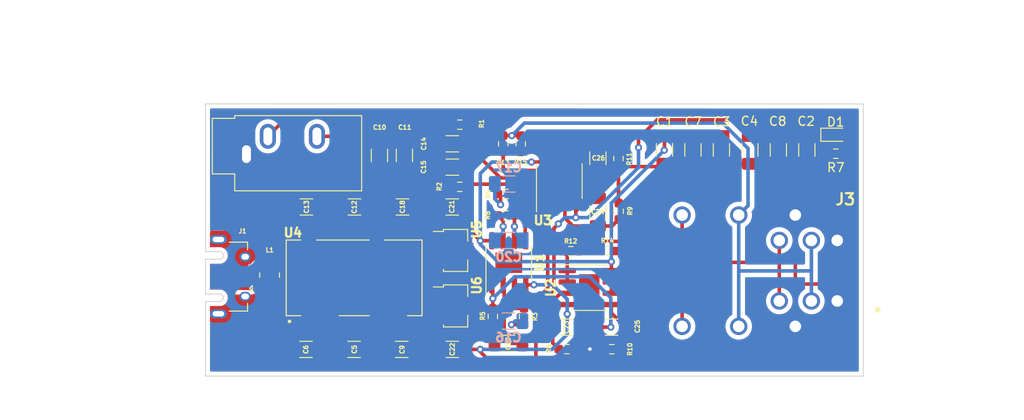
<source format=kicad_pcb>
(kicad_pcb (version 20211014) (generator pcbnew)
  (layers (0 "F.Cu" signal) (31 "B.Cu" signal) (34 "B.Paste" user) (35 "F.Paste" user) (36 "B.SilkS" user "B.Silkscreen") (37 "F.SilkS" user "F.Silkscreen") (38 "B.Mask" user) (39 "F.Mask" user) (44 "Edge.Cuts" user))
  (net 0 "")
  (net 1 "GND")
  (net 2 "VCC")
  (net 3 "VEE")
  (net 4 "Net-(C5-Pad1)")
  (net 5 "Net-(C5-Pad2)")
  (net 6 "Net-(C6-Pad2)")
  (net 7 "Net-(C13-Pad2)")
  (net 8 "Net-(C10-Pad2)")
  (net 9 "/T_IN")
  (net 10 "Net-(C12-Pad1)")
  (net 11 "Net-(C14-Pad1)")
  (net 12 "Net-(C15-Pad1)")
  (net 13 "Net-(C16-Pad2)")
  (net 14 "Net-(C17-Pad2)")
  (net 15 "Net-(C19-Pad1)")
  (net 16 "Net-(C19-Pad2)")
  (net 17 "Net-(C20-Pad1)")
  (net 18 "Net-(C20-Pad2)")
  (net 19 "Net-(C21-Pad1)")
  (net 20 "Net-(C22-Pad1)")
  (net 21 "Net-(C23-Pad1)")
  (net 22 "Net-(C24-Pad1)")
  (net 23 "Net-(C24-Pad2)")
  (net 24 "Net-(C25-Pad1)")
  (net 25 "Net-(C26-Pad1)")
  (net 26 "Net-(D1-Pad2)")
  (net 30 "/R_OUT")
  (net 31 "/T_OUT")
  (net 32 "Net-(R12-Pad1)")
  (net 33 "Net-(R13-Pad1)")
  (net 34 "Net-(R14-Pad1)")
  (net 35 "Net-(R15-Pad1)")
  (footprint "Resistor_SMD:R_0603_1608Metric_Pad0.98x0.95mm_HandSolder" (layer "F.Cu") (at 154.775 65.846771 180)
    (fp_text reference "R8")
    (fp_text value "10k")
  )
  (footprint "Resistor_SMD:R_0603_1608Metric_Pad0.98x0.95mm_HandSolder" (layer "F.Cu") (at 159.3325 54.83 180)
    (fp_text reference "R14")
    (fp_text value "1R")
  )
  (footprint "Resistor_SMD:R_0603_1608Metric_Pad0.98x0.95mm_HandSolder" (layer "F.Cu") (at 146.47 62.1825 90)
    (fp_text reference "R5")
    (fp_text value "10k")
  )
  (footprint "Capacitor_SMD:C_1206_3216Metric_Pad1.33x1.80mm_HandSolder" (layer "F.Cu") (at 158.25 50.45382 90)
    (fp_text reference "C24")
    (fp_text value "1uf")
  )
  (footprint "Capacitor_SMD:C_1206_3216Metric_Pad1.33x1.80mm_HandSolder" (layer "F.Cu") (at 168.914607 43.475 90)
    (fp_text reference "C7")
    (fp_text value "100nf")
  )
  (footprint "Capacitor_SMD:C_1206_3216Metric_Pad1.33x1.80mm_HandSolder" (layer "F.Cu") (at 158.253071 44.41 -90)
    (fp_text reference "C26")
    (fp_text value "1uf")
  )
  (footprint "Capacitor_SMD:C_1206_3216Metric_Pad1.33x1.80mm_HandSolder" (layer "F.Cu") (at 154.755 63.376996)
    (fp_text reference "C23")
    (fp_text value "1uf")
  )
  (footprint "Capacitor_SMD:C_1206_3216Metric_Pad1.33x1.80mm_HandSolder" (layer "F.Cu") (at 175.301807 43.475 -90)
    (fp_text reference "C4")
    (fp_text value "100nf")
  )
  (footprint "Resistor_SMD:R_0603_1608Metric_Pad0.98x0.95mm_HandSolder" (layer "F.Cu") (at 159.8175 65.856771)
    (fp_text reference "R10")
    (fp_text value "10k")
  )
  (footprint "Custom Library:SOIC-8-1EP_3.9x4.9mm_P1.27mm_EP2.29x3mm" (layer "F.Cu") (at 148.259999 56.147606 90)
    (fp_text reference "U1")
    (fp_text value "OPA1678")
  )
  (footprint "Resistor_SMD:R_0603_1608Metric_Pad0.98x0.95mm_HandSolder" (layer "F.Cu") (at 147.95 48.43 180)
    (fp_text reference "R4")
    (fp_text value "10k")
  )
  (footprint "Capacitor_SMD:C_1206_3216Metric_Pad1.33x1.80mm_HandSolder" (layer "F.Cu") (at 159.785 63.376996 180)
    (fp_text reference "C25")
    (fp_text value "1uf")
  )
  (footprint "Resistor_SMD:R_0603_1608Metric_Pad0.98x0.95mm_HandSolder" (layer "F.Cu") (at 160.59 50.366382 -90)
    (fp_text reference "R9")
    (fp_text value "10k")
  )
  (footprint "Capacitor_SMD:C_1206_3216Metric_Pad1.33x1.80mm_HandSolder" (layer "F.Cu") (at 133.75 44.1075 90)
    (fp_text reference "C10")
    (fp_text value "68pf")
  )
  (footprint "Resistor_SMD:R_0603_1608Metric_Pad0.98x0.95mm_HandSolder" (layer "F.Cu") (at 147.948777 50.834423 180)
    (fp_text reference "R6")
    (fp_text value "10k")
  )
  (footprint "Capacitor_SMD:C_1206_3216Metric_Pad1.33x1.80mm_HandSolder" (layer "F.Cu") (at 136.55 44.1 90)
    (fp_text reference "C11")
    (fp_text value "68pf")
  )
  (footprint "Capacitor_SMD:C_1206_3216Metric_Pad1.33x1.80mm_HandSolder" (layer "F.Cu") (at 136.246533 65.877032)
    (fp_text reference "C9")
    (fp_text value "1nf/4kv")
  )
  (footprint "Resistor_SMD:R_0603_1608Metric_Pad0.98x0.95mm_HandSolder" (layer "F.Cu") (at 142.76 47.62)
    (fp_text reference "R2")
    (fp_text value "10k")
  )
  (footprint "Capacitor_SMD:C_1206_3216Metric_Pad1.33x1.80mm_HandSolder" (layer "F.Cu") (at 178.495407 43.475 -90)
    (fp_text reference "C8")
    (fp_text value "100nf")
  )
  (footprint "Custom Library:ACJSMHD985" (layer "F.Cu") (at 185.1 60.44)
    (fp_text reference "J3")
    (fp_text value "AudioJack3" hide)
  )
  (footprint "Resistor_SMD:R_0603_1608Metric_Pad0.98x0.95mm_HandSolder" (layer "F.Cu") (at 155.2125 54.85)
    (fp_text reference "R12")
    (fp_text value "1R")
  )
  (footprint "Capacitor_SMD:C_1206_3216Metric_Pad1.33x1.80mm_HandSolder" (layer "F.Cu") (at 136.338982 49.8825)
    (fp_text reference "C18")
    (fp_text value "1uf")
  )
  (footprint "Package_TO_SOT_SMD:SOT-89-3" (layer "F.Cu") (at 141.993254 60.99552)
    (fp_text reference "U6")
    (fp_text value "L79L12_SOT89")
  )
  (footprint "Capacitor_SMD:C_1206_3216Metric_Pad1.33x1.80mm_HandSolder" (layer "F.Cu") (at 165.721007 43.46 90)
    (fp_text reference "C1")
    (fp_text value "100nf")
  )
  (footprint "Connector_USB:USB_Micro-AB_Molex_47590-0001" (layer "F.Cu") (at 115.69 57.705 -90)
    (fp_text reference "J1")
    (fp_text value "USB_B_Mini")
    (fp_line (start -1.95 -0.125) (end -1.95 1.45) (layer "Edge.Cuts") (width 0.1))
    (fp_line (start 2.8 1.45) (end 3.75 1.45) (layer "Edge.Cuts") (width 0.1))
    (fp_line (start 1.95 -0.125) (end 1.95 1.45) (layer "Edge.Cuts") (width 0.1))
    (fp_line (start 2.8 -0.125) (end 2.8 1.45) (layer "Edge.Cuts") (width 0.1))
    (fp_line (start -1.95 1.45) (end 1.95 1.45) (layer "Edge.Cuts") (width 0.1))
    (fp_line (start -2.8 -0.125) (end -2.8 1.45) (layer "Edge.Cuts") (width 0.1))
    (fp_line (start -3.75 1.45) (end -2.8 1.45) (layer "Edge.Cuts") (width 0.1))
    (fp_arc (start -2.8 -0.125) (mid -2.375 -0.55) (end -1.95 -0.125) (layer "Edge.Cuts") (width 0.1))
    (fp_arc (start 1.95 -0.125) (mid 2.375 -0.55) (end 2.8 -0.125) (layer "Edge.Cuts") (width 0.1))
  )
  (footprint "Capacitor_SMD:C_1206_3216Metric_Pad1.33x1.80mm_HandSolder" (layer "F.Cu") (at 141.923254 65.877032)
    (fp_text reference "C22")
    (fp_text value "2u2")
  )
  (footprint "Custom Library:CONV_PESE1-S5-D12-M" (layer "F.Cu") (at 130.911482 57.843067 90)
    (fp_text reference "U4")
    (fp_text value "PESE1-S5-D12-M")
  )
  (footprint "Custom Library:SOIC-8-1EP_3.9x4.9mm_P1.27mm_EP2.29x3mm" (layer "F.Cu") (at 157.2875 58.9375)
    (fp_text reference "U2")
    (fp_text value "OPA1678")
  )
  (footprint "Connector_Audio:Jack_3.5mm_CUI_SJ1-3533NG_Horizontal" (layer "F.Cu") (at 118.835791 43.95 90)
    (fp_text reference "J2" hide)
    (fp_text value "AudioJack3")
  )
  (footprint "Capacitor_SMD:C_1206_3216Metric_Pad1.33x1.80mm_HandSolder" (layer "F.Cu") (at 141.93 42.79 180)
    (fp_text reference "C14")
    (fp_text value "1uf")
  )
  (footprint "Resistor_SMD:R_0603_1608Metric_Pad0.98x0.95mm_HandSolder" (layer "F.Cu") (at 142.76 40.64)
    (fp_text reference "R1")
    (fp_text value "10k")
  )
  (footprint "Resistor_SMD:R_0603_1608Metric_Pad0.98x0.95mm_HandSolder" (layer "F.Cu") (at 149.6 42.7825 90)
    (fp_text reference "R15")
    (fp_text value "1R")
  )
  (footprint "Resistor_SMD:R_0603_1608Metric_Pad0.98x0.95mm_HandSolder" (layer "F.Cu") (at 149.97 62.1825 -90)
    (fp_text reference "R3")
    (fp_text value "10k")
  )
  (footprint "Capacitor_SMD:C_1206_3216Metric_Pad1.33x1.80mm_HandSolder" (layer "F.Cu") (at 172.108207 43.475 90)
    (fp_text reference "C3")
    (fp_text value "100nf")
  )
  (footprint "Resistor_SMD:R_0603_1608Metric_Pad0.98x0.95mm_HandSolder" (layer "F.Cu") (at 184.937193 43.899545)
    (fp_text reference "R7")
    (fp_text value "10k")
  )
  (footprint "Capacitor_SMD:C_1206_3216Metric_Pad1.33x1.80mm_HandSolder" (layer "F.Cu") (at 181.689007 43.475 -90)
    (fp_text reference "C2")
    (fp_text value "100nf")
  )
  (footprint "Diode_SMD:D_0603_1608Metric_Pad1.05x0.95mm_HandSolder" (layer "F.Cu") (at 184.919693 41.77)
    (fp_text reference "D1")
    (fp_text value "LED")
  )
  (footprint "Capacitor_SMD:C_1206_3216Metric_Pad1.33x1.80mm_HandSolder" (layer "F.Cu") (at 130.948982 49.8825 180)
    (fp_text reference "C12")
    (fp_text value "1uf")
  )
  (footprint "Inductor_SMD:L_1008_2520Metric_Pad1.43x2.20mm_HandSolder" (layer "F.Cu") (at 121.4325 57.543535 -90)
    (fp_text reference "L1")
    (fp_text value "6.8uh")
  )
  (footprint "Capacitor_SMD:C_1206_3216Metric_Pad1.33x1.80mm_HandSolder" (layer "F.Cu") (at 141.93 45.41 180)
    (fp_text reference "C15")
    (fp_text value "1uf")
  )
  (footprint "Custom Library:SOIC-8-1EP_3.9x4.9mm_P1.27mm_EP2.29x3mm" (layer "F.Cu") (at 153.9225 46.9675 90)
    (fp_text reference "U3")
    (fp_text value "OPA1678")
  )
  (footprint "Resistor_SMD:R_0603_1608Metric_Pad0.98x0.95mm_HandSolder" (layer "F.Cu") (at 147.635861 42.7825 90)
    (fp_text reference "R13")
    (fp_text value "1R")
  )
  (footprint "Resistor_SMD:R_0603_1608Metric_Pad0.98x0.95mm_HandSolder" (layer "F.Cu") (at 160.56 44.438845 90)
    (fp_text reference "R11")
    (fp_text value "10k")
  )
  (footprint "Capacitor_SMD:C_1206_3216Metric_Pad1.33x1.80mm_HandSolder" (layer "F.Cu") (at 148.22 65.2025)
    (fp_text reference "C19")
    (fp_text value "68pf")
  )
  (footprint "Capacitor_SMD:C_1206_3216Metric_Pad1.33x1.80mm_HandSolder" (layer "F.Cu") (at 130.909033 65.877032)
    (fp_text reference "C5")
    (fp_text value "4u7")
  )
  (footprint "Capacitor_SMD:C_1206_3216Metric_Pad1.33x1.80mm_HandSolder" (layer "F.Cu") (at 125.558982 49.8825 180)
    (fp_text reference "C13")
    (fp_text value "1uf")
  )
  (footprint "Capacitor_SMD:C_1206_3216Metric_Pad1.33x1.80mm_HandSolder" (layer "F.Cu") (at 125.509033 65.877032)
    (fp_text reference "C6")
    (fp_text value "4u7")
  )
  (footprint "Package_TO_SOT_SMD:SOT-89-3" (layer "F.Cu") (at 141.990232 54.76401)
    (fp_text reference "U5")
    (fp_text value "L78L10_SOT89")
  )
  (footprint "Capacitor_SMD:C_1206_3216Metric_Pad1.33x1.80mm_HandSolder" (layer "F.Cu") (at 141.920232 49.8825)
    (fp_text reference "C21")
    (fp_text value "2u2")
  )
  (footprint "Capacitor_SMD:C_1206_3216Metric_Pad1.33x1.80mm_HandSolder" (layer "B.Cu") (at 148.22 62.6925)
    (fp_text reference "C16")
    (fp_text value "1uf")
  )
  (footprint "Capacitor_SMD:C_1206_3216Metric_Pad1.33x1.80mm_HandSolder" (layer "B.Cu") (at 148.25 47.304942 180)
    (fp_text reference "C17")
    (fp_text value "1uf")
  )
  (footprint "Capacitor_SMD:C_1206_3216Metric_Pad1.33x1.80mm_HandSolder" (layer "B.Cu") (at 148.25 53.645926)
    (fp_text reference "C20")
    (fp_text value "68pf")
  )
  (gr_line (start 188.027193 68.88) (end 188.027193 38.32) (layer "Edge.Cuts") (width 0.1))
  (gr_line (start 188.027193 38.32) (end 114.236 38.3) (layer "Edge.Cuts") (width 0.1))
  (gr_line (start 114.236 68.88) (end 114.24 61.455) (layer "Edge.Cuts") (width 0.1))
  (gr_line (start 114.236 68.88) (end 188.027193 68.88) (layer "Edge.Cuts") (width 0.1))
  (gr_line (start 114.24 53.955) (end 114.236 38.3) (layer "Edge.Cuts") (width 0.1))
  (segment (start 141.8475 53.8675) (end 141.87 53.89) (width 0.4) (layer "F.Cu") (net 1))
  (segment locked (start 157.345 65.846771) (end 157.355 65.836771) (width 0.4) (layer "F.Cu") (net 1))
  (segment (start 141.8475 40.64) (end 141.8475 53.8675) (width 0.4) (layer "F.Cu") (net 1))
  (segment locked (start 165.736007 45.0375) (end 165.721007 45.0225) (width 0.4) (layer "F.Cu") (net 1))
  (segment (start 180.4 63.29) (end 180.4 58.54) (width 0.4) (layer "F.Cu") (net 1))
  (segment (start 181.689007 45.0375) (end 181.446505 45.280002) (width 0.4) (layer "F.Cu") (net 1))
  (segment (start 181.446505 45.280002) (end 181.446505 49.743495) (width 0.4) (layer "F.Cu") (net 1))
  (segment (start 129.386482 49.8825) (end 127.121482 49.8825) (width 0.4) (layer "F.Cu") (net 1))
  (segment (start 185.1 58.56) (end 185.1 60.44) (width 0.4) (layer "F.Cu") (net 1))
  (segment locked (start 158.885 65.836771) (end 158.905 65.856771) (width 0.4) (layer "F.Cu") (net 1))
  (segment (start 142.42 57.418774) (end 140.343254 59.49552) (width 0.4) (layer "F.Cu") (net 1))
  (segment (start 185.1 53.64) (end 185.1 58.56) (width 0.4) (layer "F.Cu") (net 1))
  (segment (start 185.08 58.54) (end 185.1 58.56) (width 0.4) (layer "F.Cu") (net 1))
  (segment (start 133.451482 62.893067) (end 136.84903 59.49552) (width 0.4) (layer "F.Cu") (net 1))
  (segment locked (start 157.355 65.836771) (end 158.885 65.836771) (width 0.4) (layer "F.Cu") (net 1))
  (segment (start 133.75 45.67) (end 136.5425 45.67) (width 0.4) (layer "F.Cu") (net 1))
  (segment locked (start 178.495407 45.0375) (end 180.059693 45.0375) (width 0.4) (layer "F.Cu") (net 1))
  (segment (start 160.56 45.351345) (end 165.422162 45.351345) (width 0.4) (layer "F.Cu") (net 1))
  (segment locked (start 155.6875 65.846771) (end 157.345 65.846771) (width 0.4) (layer "F.Cu") (net 1))
  (segment (start 160.56 47.34) (end 160.56 49.423882) (width 0.4) (layer "F.Cu") (net 1))
  (segment locked (start 172.108207 45.0375) (end 168.914607 45.0375) (width 0.4) (layer "F.Cu") (net 1))
  (segment (start 138.5075 47.62) (end 136.55 45.6625) (width 0.4) (layer "F.Cu") (net 1))
  (segment (start 180.4 58.54) (end 180.4 50.79) (width 0.4) (layer "F.Cu") (net 1))
  (segment (start 120.76 45.67) (end 119.04 43.95) (width 0.4) (layer "F.Cu") (net 1))
  (segment locked (start 168.914607 45.0375) (end 165.736007 45.0375) (width 0.4) (layer "F.Cu") (net 1))
  (segment (start 133.75 45.67) (end 129.36 45.67) (width 0.4) (layer "F.Cu") (net 1))
  (segment (start 141.8475 47.62) (end 138.5075 47.62) (width 0.4) (layer "F.Cu") (net 1))
  (segment locked (start 180.017193 45.08) (end 180.059693 45.0375) (width 0.4) (layer "F.Cu") (net 1))
  (segment (start 180.4 58.54) (end 185.08 58.54) (width 0.4) (layer "F.Cu") (net 1))
  (segment (start 141.87 53.89) (end 140.99599 54.76401) (width 0.4) (layer "F.Cu") (net 1))
  (segment (start 140.343254 59.49552) (end 136.84903 59.49552) (width 0.4) (layer "F.Cu") (net 1))
  (segment (start 181.446505 49.743495) (end 180.4 50.79) (width 0.4) (layer "F.Cu") (net 1))
  (segment locked (start 175.301807 45.0375) (end 178.495407 45.0375) (width 0.4) (layer "F.Cu") (net 1))
  (segment (start 129.36 45.67) (end 120.76 45.67) (width 0.4) (layer "F.Cu") (net 1))
  (segment (start 142.42 54.79) (end 142.42 57.418774) (width 0.4) (layer "F.Cu") (net 1))
  (segment locked (start 180.059693 45.0375) (end 181.689007 45.0375) (width 0.4) (layer "F.Cu") (net 1))
  (segment (start 182.886738 45.0375) (end 184.024693 43.899545) (width 0.4) (layer "F.Cu") (net 1))
  (segment (start 181.689007 45.0375) (end 182.886738 45.0375) (width 0.4) (layer "F.Cu") (net 1))
  (segment locked (start 175.301807 45.0375) (end 172.108207 45.0375) (width 0.4) (layer "F.Cu") (net 1))
  (segment (start 165.422162 45.351345) (end 165.736007 45.0375) (width 0.4) (layer "F.Cu") (net 1))
  (segment (start 160.56 45.351345) (end 160.56 47.34) (width 0.4) (layer "F.Cu") (net 1))
  (segment (start 129.36 49.856018) (end 129.36 45.67) (width 0.4) (layer "F.Cu") (net 1))
  (via locked (at 157.355 65.836771) (size 0.8) (drill 0.4) (layers "F.Cu" "B.Cu") (net 1))
  (segment (start 143.482732 52.092732) (end 145.062606 53.672606) (width 0.4) (layer "F.Cu") (net 2))
  (segment locked (start 165.721007 41.8975) (end 165.721007 43.486186) (width 0.4) (layer "F.Cu") (net 2))
  (segment locked (start 165.721007 41.8975) (end 168.899607 41.8975) (width 0.4) (layer "F.Cu") (net 2))
  (segment (start 151.67 44.84) (end 150.8 44.84) (width 0.4) (layer "F.Cu") (net 2))
  (segment locked (start 168.899607 41.8975) (end 168.914607 41.9125) (width 0.4) (layer "F.Cu") (net 2))
  (segment (start 145.062606 53.672606) (end 146.354999 53.672606) (width 0.4) (layer "F.Cu") (net 2))
  (segment locked (start 165.721007 43.486186) (end 165.697193 43.51) (width 0.4) (layer "F.Cu") (net 2))
  (segment (start 143.482732 49.8825) (end 143.482732 52.092732) (width 0.4) (layer "F.Cu") (net 2))
  (segment (start 159.7625 57.0325) (end 159.7625 56.0225) (width 0.4) (layer "F.Cu") (net 2))
  (segment locked (start 172.108207 41.9125) (end 168.914607 41.9125) (width 0.4) (layer "F.Cu") (net 2))
  (segment (start 152.0175 44.4925) (end 151.67 44.84) (width 0.4) (layer "F.Cu") (net 2))
  (via (at 150.8 44.84) (size 0.8) (drill 0.4) (layers "F.Cu" "B.Cu") (net 2))
  (via locked (at 165.697193 43.51) (size 0.8) (drill 0.4) (layers "F.Cu" "B.Cu") (net 2))
  (via (at 159.7625 56.0225) (size 0.8) (drill 0.4) (layers "F.Cu" "B.Cu") (net 2))
  (via (at 145.062606 53.672606) (size 0.8) (drill 0.4) (layers "F.Cu" "B.Cu") (net 2))
  (segment (start 159.8 56.06) (end 159.7625 56.0225) (width 0.4) (layer "B.Cu") (net 2))
  (segment (start 159.7625 49.444693) (end 159.7625 56.0225) (width 0.4) (layer "B.Cu") (net 2))
  (segment (start 147.012304 56.0225) (end 145.062606 54.072802) (width 0.4) (layer "B.Cu") (net 2))
  (segment (start 146.36 44.84) (end 145.062606 46.137394) (width 0.4) (layer "B.Cu") (net 2))
  (segment (start 145.062606 54.072802) (end 145.062606 53.672606) (width 0.4) (layer "B.Cu") (net 2))
  (segment (start 159.7625 56.0225) (end 147.012304 56.0225) (width 0.4) (layer "B.Cu") (net 2))
  (segment (start 165.697193 43.51) (end 159.7625 49.444693) (width 0.4) (layer "B.Cu") (net 2))
  (segment (start 150.8 44.84) (end 146.36 44.84) (width 0.4) (layer "B.Cu") (net 2))
  (segment (start 145.062606 46.137394) (end 145.062606 53.672606) (width 0.4) (layer "B.Cu") (net 2))
  (segment (start 150.96 67.07) (end 151.3 66.73) (width 0.4) (layer "F.Cu") (net 3))
  (segment (start 162.81 42.19) (end 164.9 40.1) (width 0.4) (layer "F.Cu") (net 3))
  (segment (start 153.82 51.78) (end 153.325 52.275) (width 0.4) (layer "F.Cu") (net 3))
  (segment (start 150.164999 58.622606) (end 151.077394 58.622606) (width 0.4) (layer "F.Cu") (net 3))
  (segment (start 175.301807 40.811807) (end 175.301807 41.9125) (width 0.4) (layer "F.Cu") (net 3))
  (segment (start 174.59 40.1) (end 175.301807 40.811807) (width 0.4) (layer "F.Cu") (net 3))
  (segment (start 151.3 66.73) (end 151.3 61.34) (width 0.4) (layer "F.Cu") (net 3))
  (segment (start 143.485754 65.877032) (end 145.052968 65.877032) (width 0.4) (layer "F.Cu") (net 3))
  (segment (start 162.81 43.21) (end 162.81 42.19) (width 0.4) (layer "F.Cu") (net 3))
  (segment (start 155.78 51.08) (end 155.78 49.49) (width 0.4) (layer "F.Cu") (net 3))
  (segment (start 151.3 61.34) (end 153.325 59.315) (width 0.4) (layer "F.Cu") (net 3))
  (segment (start 154.8125 61.9075) (end 154.8125 60.8425) (width 0.4) (layer "F.Cu") (net 3))
  (segment (start 181.689007 41.9125) (end 183.902193 41.9125) (width 0.4) (layer "F.Cu") (net 3))
  (segment (start 164.9 40.1) (end 174.59 40.1) (width 0.4) (layer "F.Cu") (net 3))
  (segment (start 153.325 59.315) (end 153.325 52.275) (width 0.4) (layer "F.Cu") (net 3))
  (segment (start 145.052968 65.877032) (end 145.052968 66.132968) (width 0.4) (layer "F.Cu") (net 3))
  (segment locked (start 175.301807 41.9125) (end 178.495407 41.9125) (width 0.4) (layer "F.Cu") (net 3))
  (segment (start 145.052968 66.132968) (end 145.99 67.07) (width 0.4) (layer "F.Cu") (net 3))
  (segment locked (start 178.495407 41.9125) (end 181.689007 41.9125) (width 0.4) (layer "F.Cu") (net 3))
  (segment (start 145.99 67.07) (end 150.96 67.07) (width 0.4) (layer "F.Cu") (net 3))
  (via (at 162.81 43.21) (size 0.8) (drill 0.4) (layers "F.Cu" "B.Cu") (net 3))
  (via (at 155.78 51.08) (size 0.8) (drill 0.4) (layers "F.Cu" "B.Cu") (net 3))
  (via (at 145.052968 65.877032) (size 0.8) (drill 0.4) (layers "F.Cu" "B.Cu") (net 3))
  (via (at 154.8125 61.9075) (size 0.8) (drill 0.4) (layers "F.Cu" "B.Cu") (net 3))
  (via (at 151.077394 58.622606) (size 0.8) (drill 0.4) (layers "F.Cu" "B.Cu") (net 3))
  (via (at 153.82 51.78) (size 0.8) (drill 0.4) (layers "F.Cu" "B.Cu") (net 3))
  (segment (start 153.82 51.78) (end 154.52 51.08) (width 0.4) (layer "B.Cu") (net 3))
  (segment (start 154.8125 60.2425) (end 154.8125 61.9075) (width 0.4) (layer "B.Cu") (net 3))
  (segment (start 154.52 51.08) (end 155.78 51.08) (width 0.4) (layer "B.Cu") (net 3))
  (segment (start 157.17 51.08) (end 155.78 51.08) (width 0.4) (layer "B.Cu") (net 3))
  (segment (start 162.81 45.44) (end 162.81 43.21) (width 0.4) (layer "B.Cu") (net 3))
  (segment (start 154.82 61.915) (end 154.8125 61.9075) (width 0.4) (layer "B.Cu") (net 3))
  (segment (start 153.192606 58.622606) (end 154.8125 60.2425) (width 0.4) (layer "B.Cu") (net 3))
  (segment (start 151.077394 58.622606) (end 153.192606 58.622606) (width 0.4) (layer "B.Cu") (net 3))
  (segment (start 161.92 46.33) (end 162.81 45.44) (width 0.4) (layer "B.Cu") (net 3))
  (segment (start 145.052968 65.877032) (end 153.112968 65.877032) (width 0.4) (layer "B.Cu") (net 3))
  (segment (start 154.82 64.17) (end 154.82 61.915) (width 0.4) (layer "B.Cu") (net 3))
  (segment (start 161.92 46.33) (end 157.17 51.08) (width 0.4) (layer "B.Cu") (net 3))
  (segment (start 153.112968 65.877032) (end 154.82 64.17) (width 0.4) (layer "B.Cu") (net 3))
  (segment (start 128.251035 56.381035) (end 121.4325 56.381035) (width 0.4) (layer "F.Cu") (net 4))
  (segment (start 129.8 65.423565) (end 129.8 57.93) (width 0.4) (layer "F.Cu") (net 4))
  (segment (start 119.7925 56.7975) (end 120.208965 56.381035) (width 0.4) (layer "F.Cu") (net 4))
  (segment (start 119.348067 59.005) (end 119.7925 58.560567) (width 0.4) (layer "F.Cu") (net 4))
  (segment (start 120.208965 56.381035) (end 121.4325 56.381035) (width 0.4) (layer "F.Cu") (net 4))
  (segment (start 118.365 59.005) (end 119.348067 59.005) (width 0.4) (layer "F.Cu") (net 4))
  (segment (start 119.7925 58.560567) (end 119.7925 56.7975) (width 0.4) (layer "F.Cu") (net 4))
  (segment (start 129.8 57.93) (end 128.251035 56.381035) (width 0.4) (layer "F.Cu") (net 4))
  (segment (start 118.365 55.805) (end 118.69 55.48) (width 0.4) (layer "F.Cu") (net 5))
  (segment (start 118.69 56.08) (end 118.365 56.405) (width 0.4) (layer "F.Cu") (net 5))
  (segment (start 118.69 53.5425) (end 118.7025 53.53) (width 0.4) (layer "F.Cu") (net 5))
  (segment (start 118.365 56.405) (end 116.99 56.405) (width 0.4) (layer "F.Cu") (net 5))
  (segment (start 131.122013 67.226552) (end 132.471533 65.877032) (width 0.4) (layer "F.Cu") (net 5))
  (segment (start 119.457032 65.877032) (end 123.946533 65.877032) (width 0.4) (layer "F.Cu") (net 5))
  (segment (start 116.96 58.975) (end 116.96 61.88) (width 0.4) (layer "F.Cu") (net 5))
  (segment (start 118.7025 53.53) (end 115.69 53.53) (width 0.4) (layer "F.Cu") (net 5))
  (segment (start 123.946533 65.877032) (end 125.831482 63.992083) (width 0.4) (layer "F.Cu") (net 5))
  (segment (start 115.69 57.705) (end 116.96 58.975) (width 0.4) (layer "F.Cu") (net 5))
  (segment (start 116.96 61.88) (end 115.69 61.88) (width 0.4) (layer "F.Cu") (net 5))
  (segment (start 123.946533 65.877032) (end 125.296053 67.226552) (width 0.4) (layer "F.Cu") (net 5))
  (segment (start 118.69 55.48) (end 118.69 56.08) (width 0.4) (layer "F.Cu") (net 5))
  (segment (start 125.831482 63.992083) (end 125.831482 62.893067) (width 0.4) (layer "F.Cu") (net 5))
  (segment (start 116.99 56.405) (end 115.69 57.705) (width 0.4) (layer "F.Cu") (net 5))
  (segment (start 118.69 61.8775) (end 118.6925 61.88) (width 0.4) (layer "F.Cu") (net 5))
  (segment (start 118.69 59.93) (end 118.69 65.11) (width 0.4) (layer "F.Cu") (net 5))
  (segment (start 134.684033 65.877032) (end 132.471533 65.877032) (width 0.4) (layer "F.Cu") (net 5))
  (segment (start 118.69 55.48) (end 118.69 53.5425) (width 0.4) (layer "F.Cu") (net 5))
  (segment (start 125.296053 67.226552) (end 131.122013 67.226552) (width 0.4) (layer "F.Cu") (net 5))
  (segment (start 118.69 65.11) (end 119.457032 65.877032) (width 0.4) (layer "F.Cu") (net 5))
  (segment (start 118.6925 61.88) (end 116.96 61.88) (width 0.4) (layer "F.Cu") (net 5))
  (segment (start 128.371482 64.577083) (end 128.371482 62.893067) (width 0.4) (layer "F.Cu") (net 6))
  (segment (start 127.576035 58.706035) (end 121.4325 58.706035) (width 0.4) (layer "F.Cu") (net 6))
  (segment (start 127.071533 65.877032) (end 128.371482 64.577083) (width 0.4) (layer "F.Cu") (net 6))
  (segment (start 128.371482 62.893067) (end 128.371482 59.501482) (width 0.4) (layer "F.Cu") (net 6))
  (segment (start 128.371482 59.501482) (end 127.576035 58.706035) (width 0.4) (layer "F.Cu") (net 6))
  (segment (start 137.863982 50.203067) (end 137.863982 53.939085) (width 0.4) (layer "F.Cu") (net 7))
  (segment (start 137.667568 62.767568) (end 137.54207 62.893067) (width 0.4) (layer "F.Cu") (net 7))
  (segment (start 140.430754 60.99552) (end 139.439616 60.99552) (width 0.4) (layer "F.Cu") (net 7))
  (segment (start 137.667568 62.767568) (end 139.439616 60.99552) (width 0.4) (layer "F.Cu") (net 7))
  (segment (start 131.929033 64.419033) (end 131.280567 63.770567) (width 0.4) (layer "F.Cu") (net 7))
  (segment (start 137.809033 62.641206) (end 137.801482 62.633655) (width 0.4) (layer "F.Cu") (net 7))
  (segment (start 124.0025 54.400567) (end 123.958982 54.357049) (width 0.4) (layer "F.Cu") (net 7))
  (segment (start 137.809033 64.419033) (end 131.929033 64.419033) (width 0.4) (layer "F.Cu") (net 7))
  (segment (start 131.280567 63.770567) (end 131.280567 54.400567) (width 0.4) (layer "F.Cu") (net 7))
  (segment (start 131.280567 54.400567) (end 124.0025 54.400567) (width 0.4) (layer "F.Cu") (net 7))
  (segment (start 137.863982 53.939085) (end 137.4025 54.400567) (width 0.4) (layer "F.Cu") (net 7))
  (segment (start 137.809033 64.419033) (end 137.809033 62.641206) (width 0.4) (layer "F.Cu") (net 7))
  (segment (start 137.4025 54.400567) (end 131.280567 54.400567) (width 0.4) (layer "F.Cu") (net 7))
  (segment (start 137.809033 65.877032) (end 137.809033 64.419033) (width 0.4) (layer "F.Cu") (net 7))
  (segment (start 137.54207 62.893067) (end 135.991482 62.893067) (width 0.4) (layer "F.Cu") (net 7))
  (segment (start 123.958982 50.203067) (end 123.958982 54.357049) (width 0.4) (layer "F.Cu") (net 7))
  (segment (start 135.315 44.11) (end 139.0675 44.11) (width 0.4) (layer "F.Cu") (net 8))
  (segment (start 133.75 42.545) (end 135.315 44.11) (width 0.4) (layer "F.Cu") (net 8))
  (segment (start 139.0675 44.11) (end 140.3675 45.41) (width 0.4) (layer "F.Cu") (net 8))
  (segment (start 126.735791 41.95) (end 133.155 41.95) (width 0.4) (layer "F.Cu") (net 8))
  (segment (start 133.155 41.95) (end 133.75 42.545) (width 0.4) (layer "F.Cu") (net 8))
  (segment (start 121.235791 41.95) (end 123.405791 39.78) (width 0.4) (layer "F.Cu") (net 9))
  (segment (start 140.3675 42.79) (end 136.8025 42.79) (width 0.4) (layer "F.Cu") (net 9))
  (segment (start 123.405791 39.78) (end 134.56 39.78) (width 0.4) (layer "F.Cu") (net 9))
  (segment (start 134.56 39.78) (end 136.55 41.77) (width 0.4) (layer "F.Cu") (net 9))
  (segment (start 136.55 41.77) (end 136.55 42.5375) (width 0.4) (layer "F.Cu") (net 9))
  (segment (start 135.177732 48.34) (end 138.767732 48.34) (width 0.4) (layer "F.Cu") (net 10))
  (segment (start 139.722906 56.26401) (end 139.050232 55.591336) (width 0.4) (layer "F.Cu") (net 10))
  (segment (start 139.050232 48.6225) (end 138.767732 48.34) (width 0.4) (layer "F.Cu") (net 10))
  (segment (start 139.050232 55.591336) (end 139.050232 48.6225) (width 0.4) (layer "F.Cu") (net 10))
  (segment (start 132.511482 49.8825) (end 133.537732 49.8825) (width 0.4) (layer "F.Cu") (net 10))
  (segment (start 133.537732 49.8825) (end 134.776482 49.8825) (width 0.4) (layer "F.Cu") (net 10))
  (segment (start 134.776482 48.74125) (end 135.177732 48.34) (width 0.4) (layer "F.Cu") (net 10))
  (segment (start 133.451482 52.793067) (end 133.451482 49.96875) (width 0.4) (layer "F.Cu") (net 10))
  (segment (start 134.776482 49.8825) (end 134.776482 48.74125) (width 0.4) (layer "F.Cu") (net 10))
  (segment (start 133.451482 49.96875) (end 133.537732 49.8825) (width 0.4) (layer "F.Cu") (net 10))
  (segment (start 140.340232 56.26401) (end 139.722906 56.26401) (width 0.4) (layer "F.Cu") (net 10))
  (segment (start 149.15 60.16) (end 151.49 60.16) (width 0.4) (layer "F.Cu") (net 11))
  (segment (start 148.894999 59.904999) (end 149.15 60.16) (width 0.4) (layer "F.Cu") (net 11))
  (segment (start 148.894999 58.622606) (end 148.894999 59.904999) (width 0.4) (layer "F.Cu") (net 11))
  (segment (start 143.4925 42.79) (end 147.32298 46.62048) (width 0.4) (layer "F.Cu") (net 11))
  (segment (start 151.49 60.16) (end 152.62548 59.02452) (width 0.4) (layer "F.Cu") (net 11))
  (segment (start 152.62548 59.02452) (end 152.62548 52.77) (width 0.4) (layer "F.Cu") (net 11))
  (segment (start 150.64048 46.62048) (end 150.989519 46.969519) (width 0.4) (layer "F.Cu") (net 11))
  (segment (start 151.104999 51.249519) (end 150.989519 51.249519) (width 0.4) (layer "F.Cu") (net 11))
  (segment (start 150.989519 46.969519) (end 150.989519 51.249519) (width 0.4) (layer "F.Cu") (net 11))
  (segment (start 147.32298 46.62048) (end 150.64048 46.62048) (width 0.4) (layer "F.Cu") (net 11))
  (segment (start 143.4925 42.79) (end 143.4925 40.82) (width 0.4) (layer "F.Cu") (net 11))
  (segment (start 152.62548 52.77) (end 151.104999 51.249519) (width 0.4) (layer "F.Cu") (net 11))
  (segment (start 143.4925 45.41) (end 143.4925 47.44) (width 0.4) (layer "F.Cu") (net 12))
  (segment (start 143.9725 47.32) (end 143.6725 47.62) (width 0.4) (layer "F.Cu") (net 12))
  (segment (start 150.1 47.32) (end 143.9725 47.32) (width 0.4) (layer "F.Cu") (net 12))
  (segment (start 150.1 53.607607) (end 150.1 47.32) (width 0.4) (layer "F.Cu") (net 12))
  (segment (start 148.9025 63.095) (end 148.5575 63.095) (width 0.4) (layer "F.Cu") (net 13))
  (segment (start 149.97 63.095) (end 148.9025 63.095) (width 0.4) (layer "F.Cu") (net 13))
  (via (at 148.5575 63.095) (size 0.8) (drill 0.4) (layers "F.Cu" "B.Cu") (net 13))
  (segment (start 148.96 62.6925) (end 148.5575 63.095) (width 0.4) (layer "B.Cu") (net 13))
  (segment (start 149.7825 62.6925) (end 148.96 62.6925) (width 0.4) (layer "B.Cu") (net 13))
  (segment (start 147.339999 49.62) (end 147.339999 48.732499) (width 0.4) (layer "F.Cu") (net 14))
  (segment (start 147.339999 48.732499) (end 147.0375 48.43) (width 0.4) (layer "F.Cu") (net 14))
  (via (at 147.339999 49.62) (size 0.8) (drill 0.4) (layers "F.Cu" "B.Cu") (net 14))
  (segment (start 146.69 47.91) (end 146.69 48.970001) (width 0.4) (layer "B.Cu") (net 14))
  (segment (start 146.69 48.970001) (end 147.339999 49.62) (width 0.4) (layer "B.Cu") (net 14))
  (segment (start 145.44 62.3) (end 146.47 61.27) (width 0.4) (layer "F.Cu") (net 15))
  (segment locked (start 156.3175 63.376996) (end 158.2225 63.376996) (width 0.4) (layer "F.Cu") (net 15))
  (segment (start 146.47 60.16) (end 146.47 59.27) (width 0.4) (layer "F.Cu") (net 15))
  (segment (start 146.47 61.27) (end 146.47 60.16) (width 0.4) (layer "F.Cu") (net 15))
  (segment locked (start 158.2225 63.376996) (end 159.705 63.376996) (width 0.4) (layer "F.Cu") (net 15))
  (segment (start 145.44 63.985) (end 145.44 62.3) (width 0.4) (layer "F.Cu") (net 15))
  (segment (start 146.6575 65.2025) (end 145.44 63.985) (width 0.4) (layer "F.Cu") (net 15))
  (via (at 146.47 60.16) (size 0.8) (drill 0.4) (layers "F.Cu" "B.Cu") (net 15))
  (via (at 159.705 63.376996) (size 0.8) (drill 0.4) (layers "F.Cu" "B.Cu") (net 15))
  (segment (start 146.47 60.16) (end 148.91 57.72) (width 0.4) (layer "B.Cu") (net 15))
  (segment (start 157.34 57.72) (end 159.705 60.085) (width 0.4) (layer "B.Cu") (net 15))
  (segment (start 148.91 57.72) (end 157.34 57.72) (width 0.4) (layer "B.Cu") (net 15))
  (segment (start 159.705 60.085) (end 159.705 63.376996) (width 0.4) (layer "B.Cu") (net 15))
  (segment (start 147.75 61.27) (end 147.74 61.28) (width 0.4) (layer "F.Cu") (net 16))
  (segment (start 147.7025 63.095) (end 147.74 63.1325) (width 0.4) (layer "F.Cu") (net 16))
  (segment (start 149.7825 65.2025) (end 148.6 65.2025) (width 0.4) (layer "F.Cu") (net 16))
  (segment (start 147.74 64.3425) (end 147.74 61.28) (width 0.4) (layer "F.Cu") (net 16))
  (segment (start 148.6 65.2025) (end 147.74 64.3425) (width 0.4) (layer "F.Cu") (net 16))
  (segment (start 149.97 61.27) (end 147.75 61.27) (width 0.4) (layer "F.Cu") (net 16))
  (segment (start 147.74 61.28) (end 147.74 59.27) (width 0.4) (layer "F.Cu") (net 16))
  (segment (start 146.47 63.095) (end 147.7025 63.095) (width 0.4) (layer "F.Cu") (net 16))
  (segment (start 147.624999 51.423145) (end 147.036277 50.834423) (width 0.4) (layer "F.Cu") (net 17))
  (segment (start 147.624999 52.062606) (end 147.624999 51.423145) (width 0.4) (layer "F.Cu") (net 17))
  (segment (start 147.624999 53.672606) (end 147.624999 52.062606) (width 0.4) (layer "F.Cu") (net 17))
  (via (at 147.624999 52.062606) (size 0.8) (drill 0.4) (layers "F.Cu" "B.Cu") (net 17))
  (segment (start 147.624999 52.708427) (end 146.6875 53.645926) (width 0.4) (layer "B.Cu") (net 17))
  (segment (start 147.624999 52.062606) (end 147.624999 52.708427) (width 0.4) (layer "B.Cu") (net 17))
  (segment (start 148.894999 53.672606) (end 148.894999 52.072606) (width 0.4) (layer "F.Cu") (net 18))
  (segment (start 148.8625 48.43) (end 148.8625 50.8332) (width 0.4) (layer "F.Cu") (net 18))
  (segment (start 148.894999 52.072606) (end 148.894999 50.808804) (width 0.4) (layer "F.Cu") (net 18))
  (via (at 148.894999 52.072606) (size 0.8) (drill 0.4) (layers "F.Cu" "B.Cu") (net 18))
  (segment (start 148.894999 52.728425) (end 149.8125 53.645926) (width 0.4) (layer "B.Cu") (net 18))
  (segment (start 148.894999 52.072606) (end 148.894999 52.728425) (width 0.4) (layer "B.Cu") (net 18))
  (segment (start 140.357732 53.663836) (end 140.357732 49.8825) (width 0.4) (layer "F.Cu") (net 19))
  (segment (start 140.343254 65.859532) (end 140.343254 62.49552) (width 0.4) (layer "F.Cu") (net 20))
  (segment (start 153.1925 63.376996) (end 153.1925 65.176771) (width 0.4) (layer "F.Cu") (net 21))
  (segment locked (start 154.07 59.5725) (end 154.8125 59.5725) (width 0.4) (layer "F.Cu") (net 21))
  (segment (start 153.1925 63.376996) (end 153.1925 60.45) (width 0.4) (layer "F.Cu") (net 21))
  (segment (start 153.1925 65.176771) (end 153.8625 65.846771) (width 0.4) (layer "F.Cu") (net 21))
  (segment (start 153.1925 60.45) (end 154.07 59.5725) (width 0.4) (layer "F.Cu") (net 21))
  (segment locked (start 155.46 52.0275) (end 158.23882 52.0275) (width 0.4) (layer "F.Cu") (net 22))
  (segment (start 159.852562 52.01632) (end 160.59 51.278882) (width 0.4) (layer "F.Cu") (net 22))
  (segment locked (start 154.5575 51.125) (end 155.46 52.0275) (width 0.4) (layer "F.Cu") (net 22))
  (segment (start 158.25 52.01632) (end 159.852562 52.01632) (width 0.4) (layer "F.Cu") (net 22))
  (segment locked (start 154.5575 49.4425) (end 154.5575 51.125) (width 0.4) (layer "F.Cu") (net 22))
  (segment locked (start 158.25 48.89132) (end 158.25 45.975571) (width 0.4) (layer "F.Cu") (net 23))
  (segment locked (start 158.25 45.975571) (end 158.253071 45.9725) (width 0.4) (layer "F.Cu") (net 23))
  (segment (start 161.3475 65.239271) (end 160.73 65.856771) (width 0.4) (layer "F.Cu") (net 24))
  (segment (start 161.3475 63.376996) (end 161.3475 65.239271) (width 0.4) (layer "F.Cu") (net 24))
  (segment (start 161.3475 63.376996) (end 159.7625 61.791996) (width 0.4) (layer "F.Cu") (net 24))
  (segment (start 159.7625 61.791996) (end 159.7625 60.8425) (width 0.4) (layer "F.Cu") (net 24))
  (segment (start 158.253071 42.8475) (end 159.881155 42.8475) (width 0.4) (layer "F.Cu") (net 25))
  (segment (start 159.881155 42.8475) (end 160.56 43.526345) (width 0.4) (layer "F.Cu") (net 25))
  (segment locked (start 155.8275 44.4925) (end 156.608071 44.4925) (width 0.4) (layer "F.Cu") (net 25))
  (segment locked (start 156.608071 44.4925) (end 158.253071 42.8475) (width 0.4) (layer "F.Cu") (net 25))
  (segment (start 185.849693 43.899545) (end 185.849693 41.825) (width 0.4) (layer "F.Cu") (net 26))
  (segment (start 148.6 41.87) (end 147.635861 41.87) (width 0.4) (layer "F.Cu") (net 30))
  (segment (start 149.6 41.87) (end 148.6 41.87) (width 0.4) (layer "F.Cu") (net 30))
  (via (at 148.6 41.87) (size 0.8) (drill 0.4) (layers "F.Cu" "B.Cu") (net 30))
  (segment (start 150.01 40.46) (end 172.25 40.46) (width 0.4) (layer "B.Cu") (net 30))
  (segment (start 148.6 41.87) (end 150.01 40.46) (width 0.4) (layer "B.Cu") (net 30))
  (segment (start 174.09 57.06) (end 174.05 57.1) (width 0.4) (layer "B.Cu") (net 30))
  (segment (start 174.05 57.1) (end 174.05 63.29) (width 0.4) (layer "B.Cu") (net 30))
  (segment (start 182.2 57.06) (end 182.2 60.44) (width 0.4) (layer "B.Cu") (net 30))
  (segment (start 175.096505 43.306505) (end 175.096505 49.743495) (width 0.4) (layer "B.Cu") (net 30))
  (segment (start 175.096505 49.743495) (end 174.05 50.79) (width 0.4) (layer "B.Cu") (net 30))
  (segment (start 182.2 57.06) (end 174.09 57.06) (width 0.4) (layer "B.Cu") (net 30))
  (segment (start 174.05 50.79) (end 174.05 57.1) (width 0.4) (layer "B.Cu") (net 30))
  (segment (start 182.2 53.64) (end 182.2 57.06) (width 0.4) (layer "B.Cu") (net 30))
  (segment (start 172.25 40.46) (end 175.096505 43.306505) (width 0.4) (layer "B.Cu") (net 30))
  (segment (start 178.6 56.1) (end 167.74 56.1) (width 0.4) (layer "F.Cu") (net 31))
  (segment (start 178.6 56.1) (end 178.6 53.64) (width 0.4) (layer "F.Cu") (net 31))
  (segment (start 156.125 54.85) (end 158.4 54.85) (width 0.4) (layer "F.Cu") (net 31))
  (segment (start 167.7 56.06) (end 167.7 63.29) (width 0.4) (layer "F.Cu") (net 31))
  (segment (start 156.125 54.85) (end 157.225 53.75) (width 0.4) (layer "F.Cu") (net 31))
  (segment (start 167.74 56.1) (end 167.7 56.06) (width 0.4) (layer "F.Cu") (net 31))
  (segment (start 167.7 50.79) (end 167.7 53.91) (width 0.4) (layer "F.Cu") (net 31))
  (segment (start 167.7 53.91) (end 167.7 56.06) (width 0.4) (layer "F.Cu") (net 31))
  (segment (start 178.6 60.44) (end 178.6 56.1) (width 0.4) (layer "F.Cu") (net 31))
  (segment (start 157.225 53.75) (end 167.54 53.75) (width 0.4) (layer "F.Cu") (net 31))
  (segment (start 167.54 53.75) (end 167.7 53.91) (width 0.4) (layer "F.Cu") (net 31))
  (segment (start 154.8125 57.0325) (end 154.8125 55.3625) (width 0.4) (layer "F.Cu") (net 32))
  (segment locked (start 154.8125 58.3025) (end 154.8125 57.6275) (width 0.4) (layer "F.Cu") (net 32))
  (segment locked (start 154.8125 57.6275) (end 154.8125 57.0325) (width 0.4) (layer "F.Cu") (net 32))
  (segment (start 154.8125 55.3625) (end 154.3 54.85) (width 0.4) (layer "F.Cu") (net 32))
  (segment (start 147.63 45.48) (end 147.63 43.700861) (width 0.4) (layer "F.Cu") (net 33))
  (segment (start 152.0175 49.4425) (end 151.73 49.155) (width 0.4) (layer "F.Cu") (net 33))
  (segment (start 152.0175 49.4425) (end 153.2875 49.4425) (width 0.4) (layer "F.Cu") (net 33))
  (segment (start 151.23 45.78) (end 147.93 45.78) (width 0.4) (layer "F.Cu") (net 33))
  (segment (start 151.73 49.155) (end 151.73 46.28) (width 0.4) (layer "F.Cu") (net 33))
  (segment (start 151.73 46.28) (end 151.23 45.78) (width 0.4) (layer "F.Cu") (net 33))
  (segment (start 147.93 45.78) (end 147.63 45.48) (width 0.4) (layer "F.Cu") (net 33))
  (segment (start 162.2825 55.48) (end 161.6325 54.83) (width 0.4) (layer "F.Cu") (net 34))
  (segment (start 162.2825 57.61) (end 162.2825 55.48) (width 0.4) (layer "F.Cu") (net 34))
  (segment (start 161.6325 54.83) (end 160.245 54.83) (width 0.4) (layer "F.Cu") (net 34))
  (segment locked (start 159.7625 59.5725) (end 159.7625 58.3025) (width 0.4) (layer "F.Cu") (net 34))
  (segment (start 161.59 58.3025) (end 162.2825 57.61) (width 0.4) (layer "F.Cu") (net 34))
  (segment (start 159.7625 58.3025) (end 161.59 58.3025) (width 0.4) (layer "F.Cu") (net 34))
  (segment (start 153.2875 43.3975) (end 152.78 42.89) (width 0.4) (layer "F.Cu") (net 35))
  (segment (start 153.2875 44.4925) (end 153.2875 43.3975) (width 0.4) (layer "F.Cu") (net 35))
  (segment (start 152.78 42.89) (end 150.405 42.89) (width 0.4) (layer "F.Cu") (net 35))
  (segment (start 150.405 42.89) (end 149.6 43.695) (width 0.4) (layer "F.Cu") (net 35))
  (segment locked (start 154.0175 44.3325) (end 154.5575 44.3325) (width 0.4) (layer "F.Cu") (net 35))
  (segment locked (start 153.2875 44.3325) (end 154.0175 44.3325) (width 0.4) (layer "F.Cu") (net 35))
  (zone (net 5) (net_name "Net-(C5-Pad2)") (layer "F.Cu") (connect_pads yes (clearance 0.508)) (min_thickness 0.254) (fill yes (thermal_gap 0.508) (thermal_bridge_width 0.508) (smoothing fillet) (radius 1))
    (polygon (pts (xy 119.85 62.91) (xy 112.99 62.91) (xy 112.99 52.54) (xy 119.85 52.54)))
  )
  (zone (net 1) (net_name "GND") (layer "B.Cu") (connect_pads yes (clearance 0.508)) (min_thickness 0.254) (fill yes (thermal_gap 0.508) (thermal_bridge_width 0.508))
    (polygon (pts (xy 205.09 31.96) (xy 206.07 70.25) (xy 141.69 73.82) (xy 102.62 72.55) (xy 91.19 31.04) (xy 144.04 26.64)))
  )
)
</source>
